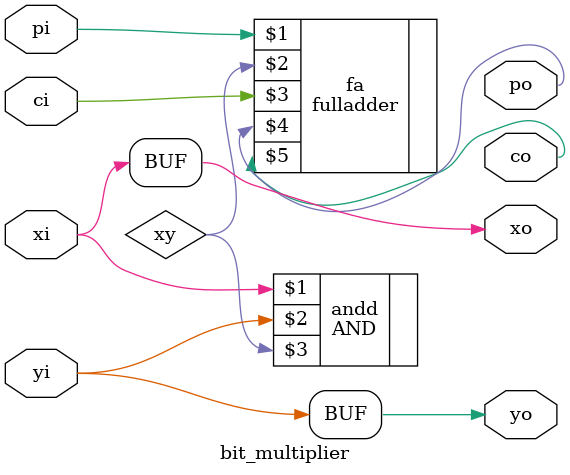
<source format=v>
module bit_multiplier (xi, yi, pi, ci, xo, yo, po, co);
    input xi, yi, pi, ci;
    output xo, yo, po, co;

    wire xy;
    AND andd(xi, yi, xy);
    fulladder fa(pi, xy, ci, po, co);
    assign yo = yi;
    assign xo = xi;

endmodule
</source>
